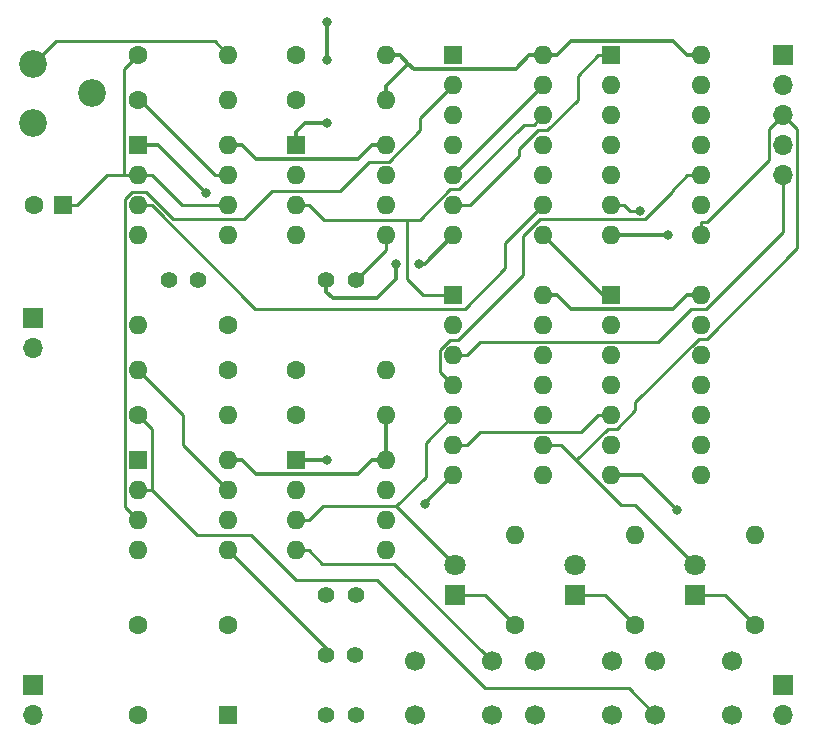
<source format=gtl>
G04 #@! TF.GenerationSoftware,KiCad,Pcbnew,5.0.2+dfsg1-1*
G04 #@! TF.CreationDate,2019-07-26T14:23:41+02:00*
G04 #@! TF.ProjectId,Clock,436c6f63-6b2e-46b6-9963-61645f706362,rev?*
G04 #@! TF.SameCoordinates,Original*
G04 #@! TF.FileFunction,Copper,L1,Top*
G04 #@! TF.FilePolarity,Positive*
%FSLAX46Y46*%
G04 Gerber Fmt 4.6, Leading zero omitted, Abs format (unit mm)*
G04 Created by KiCad (PCBNEW 5.0.2+dfsg1-1) date vr 26 jul 2019 14:23:41 CEST*
%MOMM*%
%LPD*%
G01*
G04 APERTURE LIST*
G04 #@! TA.AperFunction,ComponentPad*
%ADD10O,1.700000X1.700000*%
G04 #@! TD*
G04 #@! TA.AperFunction,ComponentPad*
%ADD11R,1.700000X1.700000*%
G04 #@! TD*
G04 #@! TA.AperFunction,ComponentPad*
%ADD12O,1.600000X1.600000*%
G04 #@! TD*
G04 #@! TA.AperFunction,ComponentPad*
%ADD13R,1.600000X1.600000*%
G04 #@! TD*
G04 #@! TA.AperFunction,ComponentPad*
%ADD14C,2.340000*%
G04 #@! TD*
G04 #@! TA.AperFunction,ComponentPad*
%ADD15C,1.600000*%
G04 #@! TD*
G04 #@! TA.AperFunction,ComponentPad*
%ADD16R,1.800000X1.800000*%
G04 #@! TD*
G04 #@! TA.AperFunction,ComponentPad*
%ADD17C,1.800000*%
G04 #@! TD*
G04 #@! TA.AperFunction,ComponentPad*
%ADD18C,1.400000*%
G04 #@! TD*
G04 #@! TA.AperFunction,ComponentPad*
%ADD19C,1.700000*%
G04 #@! TD*
G04 #@! TA.AperFunction,ViaPad*
%ADD20C,0.800000*%
G04 #@! TD*
G04 #@! TA.AperFunction,Conductor*
%ADD21C,0.250000*%
G04 #@! TD*
G04 #@! TA.AperFunction,Conductor*
%ADD22C,0.350000*%
G04 #@! TD*
G04 APERTURE END LIST*
D10*
G04 #@! TO.P,J3,2*
G04 #@! TO.N,Net-(J3-Pad2)*
X38100000Y-80010000D03*
D11*
G04 #@! TO.P,J3,1*
G04 #@! TO.N,Net-(J3-Pad1)*
X38100000Y-77470000D03*
G04 #@! TD*
G04 #@! TO.P,J2,1*
G04 #@! TO.N,Net-(J2-Pad1)*
X38100000Y-46355000D03*
D10*
G04 #@! TO.P,J2,2*
G04 #@! TO.N,Net-(J2-Pad2)*
X38100000Y-48895000D03*
G04 #@! TD*
D11*
G04 #@! TO.P,J4,1*
G04 #@! TO.N,Net-(J4-Pad1)*
X101600000Y-77470000D03*
D10*
G04 #@! TO.P,J4,2*
G04 #@! TO.N,Net-(J4-Pad2)*
X101600000Y-80010000D03*
G04 #@! TD*
D12*
G04 #@! TO.P,U3,14*
G04 #@! TO.N,+5V*
X81280000Y-24130000D03*
G04 #@! TO.P,U3,7*
G04 #@! TO.N,GND*
X73660000Y-39370000D03*
G04 #@! TO.P,U3,13*
G04 #@! TO.N,CLK_TURBO_EN*
X81280000Y-26670000D03*
G04 #@! TO.P,U3,6*
G04 #@! TO.N,Net-(U3-Pad6)*
X73660000Y-36830000D03*
G04 #@! TO.P,U3,12*
G04 #@! TO.N,CLK_MAN_EN*
X81280000Y-29210000D03*
G04 #@! TO.P,U3,5*
G04 #@! TO.N,CLK_TURBO_EN*
X73660000Y-34290000D03*
G04 #@! TO.P,U3,11*
G04 #@! TO.N,Net-(U3-Pad11)*
X81280000Y-31750000D03*
G04 #@! TO.P,U3,4*
G04 #@! TO.N,Net-(U1-Pad2)*
X73660000Y-31750000D03*
G04 #@! TO.P,U3,10*
X81280000Y-34290000D03*
G04 #@! TO.P,U3,3*
G04 #@! TO.N,Net-(U3-Pad3)*
X73660000Y-29210000D03*
G04 #@! TO.P,U3,9*
G04 #@! TO.N,CLK_VAR*
X81280000Y-36830000D03*
G04 #@! TO.P,U3,2*
G04 #@! TO.N,CLK_MAN*
X73660000Y-26670000D03*
G04 #@! TO.P,U3,8*
G04 #@! TO.N,Net-(U3-Pad8)*
X81280000Y-39370000D03*
D13*
G04 #@! TO.P,U3,1*
G04 #@! TO.N,CLK_MAN_EN*
X73660000Y-24130000D03*
G04 #@! TD*
D14*
G04 #@! TO.P,R3,3*
G04 #@! TO.N,Net-(R2-Pad2)*
X38100000Y-24845000D03*
G04 #@! TO.P,R3,2*
G04 #@! TO.N,Net-(R3-Pad2)*
X43100000Y-27345000D03*
G04 #@! TO.P,R3,1*
G04 #@! TO.N,Net-(R3-Pad1)*
X38100000Y-29845000D03*
G04 #@! TD*
D15*
G04 #@! TO.P,R8,1*
G04 #@! TO.N,Net-(R8-Pad1)*
X60325000Y-27940000D03*
D12*
G04 #@! TO.P,R8,2*
G04 #@! TO.N,+5V*
X67945000Y-27940000D03*
G04 #@! TD*
G04 #@! TO.P,U2,8*
G04 #@! TO.N,+5V*
X54610000Y-31750000D03*
G04 #@! TO.P,U2,4*
X46990000Y-39370000D03*
G04 #@! TO.P,U2,7*
G04 #@! TO.N,Net-(R1-Pad1)*
X54610000Y-34290000D03*
G04 #@! TO.P,U2,3*
G04 #@! TO.N,CLK_VAR*
X46990000Y-36830000D03*
G04 #@! TO.P,U2,6*
G04 #@! TO.N,Net-(C1-Pad1)*
X54610000Y-36830000D03*
G04 #@! TO.P,U2,2*
X46990000Y-34290000D03*
G04 #@! TO.P,U2,5*
G04 #@! TO.N,Net-(C2-Pad1)*
X54610000Y-39370000D03*
D13*
G04 #@! TO.P,U2,1*
G04 #@! TO.N,GND*
X46990000Y-31750000D03*
G04 #@! TD*
D16*
G04 #@! TO.P,D3,1*
G04 #@! TO.N,Net-(D3-Pad1)*
X73782400Y-69792400D03*
D17*
G04 #@! TO.P,D3,2*
G04 #@! TO.N,CLK_TURBO_EN*
X73782400Y-67252400D03*
G04 #@! TD*
D15*
G04 #@! TO.P,R13,1*
G04 #@! TO.N,Net-(D3-Pad1)*
X78862400Y-72332400D03*
D12*
G04 #@! TO.P,R13,2*
G04 #@! TO.N,GND*
X78862400Y-64712400D03*
G04 #@! TD*
D15*
G04 #@! TO.P,R12,1*
G04 #@! TO.N,Net-(D2-Pad1)*
X89022400Y-72332400D03*
D12*
G04 #@! TO.P,R12,2*
G04 #@! TO.N,GND*
X89022400Y-64712400D03*
G04 #@! TD*
G04 #@! TO.P,R11,2*
G04 #@! TO.N,+5V*
X67945000Y-50800000D03*
D15*
G04 #@! TO.P,R11,1*
G04 #@! TO.N,Net-(R11-Pad1)*
X60325000Y-50800000D03*
G04 #@! TD*
G04 #@! TO.P,R10,1*
G04 #@! TO.N,Net-(R10-Pad1)*
X60325000Y-54610000D03*
D12*
G04 #@! TO.P,R10,2*
G04 #@! TO.N,+5V*
X67945000Y-54610000D03*
G04 #@! TD*
G04 #@! TO.P,R9,2*
G04 #@! TO.N,+5V*
X67945000Y-24130000D03*
D15*
G04 #@! TO.P,R9,1*
G04 #@! TO.N,Net-(R9-Pad1)*
X60325000Y-24130000D03*
G04 #@! TD*
D12*
G04 #@! TO.P,R7,2*
G04 #@! TO.N,GND*
X99182400Y-64712400D03*
D15*
G04 #@! TO.P,R7,1*
G04 #@! TO.N,Net-(D1-Pad1)*
X99182400Y-72332400D03*
G04 #@! TD*
G04 #@! TO.P,R6,1*
G04 #@! TO.N,+5V*
X54610000Y-50800000D03*
D12*
G04 #@! TO.P,R6,2*
G04 #@! TO.N,Net-(C4-Pad1)*
X46990000Y-50800000D03*
G04 #@! TD*
G04 #@! TO.P,R1,2*
G04 #@! TO.N,+5V*
X54610000Y-27940000D03*
D15*
G04 #@! TO.P,R1,1*
G04 #@! TO.N,Net-(R1-Pad1)*
X46990000Y-27940000D03*
G04 #@! TD*
G04 #@! TO.P,R2,1*
G04 #@! TO.N,Net-(C1-Pad1)*
X46990000Y-24130000D03*
D12*
G04 #@! TO.P,R2,2*
G04 #@! TO.N,Net-(R2-Pad2)*
X54610000Y-24130000D03*
G04 #@! TD*
G04 #@! TO.P,R4,2*
G04 #@! TO.N,Net-(R3-Pad2)*
X46990000Y-46990000D03*
D15*
G04 #@! TO.P,R4,1*
G04 #@! TO.N,Net-(R1-Pad1)*
X54610000Y-46990000D03*
G04 #@! TD*
G04 #@! TO.P,R5,1*
G04 #@! TO.N,Net-(R5-Pad1)*
X46990000Y-54610000D03*
D12*
G04 #@! TO.P,R5,2*
G04 #@! TO.N,+5V*
X54610000Y-54610000D03*
G04 #@! TD*
D18*
G04 #@! TO.P,C2,1*
G04 #@! TO.N,Net-(C2-Pad1)*
X52070000Y-43180000D03*
G04 #@! TO.P,C2,2*
G04 #@! TO.N,GND*
X49570000Y-43180000D03*
G04 #@! TD*
G04 #@! TO.P,C5,2*
G04 #@! TO.N,GND*
X62905000Y-43180000D03*
G04 #@! TO.P,C5,1*
G04 #@! TO.N,Net-(C5-Pad1)*
X65405000Y-43180000D03*
G04 #@! TD*
G04 #@! TO.P,C4,1*
G04 #@! TO.N,Net-(C4-Pad1)*
X65405000Y-80010000D03*
G04 #@! TO.P,C4,2*
G04 #@! TO.N,GND*
X62905000Y-80010000D03*
G04 #@! TD*
G04 #@! TO.P,C3,2*
G04 #@! TO.N,GND*
X65365000Y-74930000D03*
G04 #@! TO.P,C3,1*
G04 #@! TO.N,Net-(C3-Pad1)*
X62865000Y-74930000D03*
G04 #@! TD*
G04 #@! TO.P,C6,1*
G04 #@! TO.N,Net-(C6-Pad1)*
X65405000Y-69850000D03*
G04 #@! TO.P,C6,2*
G04 #@! TO.N,GND*
X62905000Y-69850000D03*
G04 #@! TD*
D13*
G04 #@! TO.P,U6,1*
G04 #@! TO.N,GND*
X46990000Y-58420000D03*
D12*
G04 #@! TO.P,U6,5*
G04 #@! TO.N,Net-(C3-Pad1)*
X54610000Y-66040000D03*
G04 #@! TO.P,U6,2*
G04 #@! TO.N,Net-(R5-Pad1)*
X46990000Y-60960000D03*
G04 #@! TO.P,U6,6*
G04 #@! TO.N,Net-(C4-Pad1)*
X54610000Y-63500000D03*
G04 #@! TO.P,U6,3*
G04 #@! TO.N,CLK_MAN*
X46990000Y-63500000D03*
G04 #@! TO.P,U6,7*
G04 #@! TO.N,Net-(C4-Pad1)*
X54610000Y-60960000D03*
G04 #@! TO.P,U6,4*
G04 #@! TO.N,+5V*
X46990000Y-66040000D03*
G04 #@! TO.P,U6,8*
X54610000Y-58420000D03*
G04 #@! TD*
D15*
G04 #@! TO.P,Y1,4*
G04 #@! TO.N,N/C*
X46990000Y-80010000D03*
G04 #@! TO.P,Y1,1*
G04 #@! TO.N,+5V*
X46990000Y-72390000D03*
G04 #@! TO.P,Y1,3*
G04 #@! TO.N,CLK_TURBO*
X54610000Y-72390000D03*
D13*
G04 #@! TO.P,Y1,2*
G04 #@! TO.N,GND*
X54610000Y-80010000D03*
G04 #@! TD*
D19*
G04 #@! TO.P,SW1,4*
G04 #@! TO.N,N/C*
X90777400Y-75452400D03*
G04 #@! TO.P,SW1,3*
X97277400Y-75452400D03*
G04 #@! TO.P,SW1,2*
G04 #@! TO.N,Net-(R5-Pad1)*
X90777400Y-79952400D03*
G04 #@! TO.P,SW1,1*
G04 #@! TO.N,GND*
X97277400Y-79952400D03*
G04 #@! TD*
G04 #@! TO.P,SW2,1*
G04 #@! TO.N,Net-(R8-Pad1)*
X87117400Y-79952400D03*
G04 #@! TO.P,SW2,2*
G04 #@! TO.N,GND*
X80617400Y-79952400D03*
G04 #@! TO.P,SW2,3*
G04 #@! TO.N,Net-(R9-Pad1)*
X87117400Y-75452400D03*
G04 #@! TO.P,SW2,4*
G04 #@! TO.N,N/C*
X80617400Y-75452400D03*
G04 #@! TD*
G04 #@! TO.P,SW3,4*
G04 #@! TO.N,N/C*
X70457400Y-75452400D03*
G04 #@! TO.P,SW3,3*
G04 #@! TO.N,Net-(R11-Pad1)*
X76957400Y-75452400D03*
G04 #@! TO.P,SW3,2*
G04 #@! TO.N,GND*
X70457400Y-79952400D03*
G04 #@! TO.P,SW3,1*
G04 #@! TO.N,Net-(R10-Pad1)*
X76957400Y-79952400D03*
G04 #@! TD*
D13*
G04 #@! TO.P,C1,1*
G04 #@! TO.N,Net-(C1-Pad1)*
X40640000Y-36830000D03*
D15*
G04 #@! TO.P,C1,2*
G04 #@! TO.N,GND*
X38140000Y-36830000D03*
G04 #@! TD*
D11*
G04 #@! TO.P,J1,1*
G04 #@! TO.N,GND*
X101600000Y-24130000D03*
D10*
G04 #@! TO.P,J1,2*
G04 #@! TO.N,+5V*
X101600000Y-26670000D03*
G04 #@! TO.P,J1,3*
G04 #@! TO.N,CLOCK*
X101600000Y-29210000D03*
G04 #@! TO.P,J1,4*
G04 #@! TO.N,~CLOCK*
X101600000Y-31750000D03*
G04 #@! TO.P,J1,5*
G04 #@! TO.N,CLK_HLT*
X101600000Y-34290000D03*
G04 #@! TD*
D17*
G04 #@! TO.P,D1,2*
G04 #@! TO.N,CLOCK*
X94102400Y-67252400D03*
D16*
G04 #@! TO.P,D1,1*
G04 #@! TO.N,Net-(D1-Pad1)*
X94102400Y-69792400D03*
G04 #@! TD*
G04 #@! TO.P,D2,1*
G04 #@! TO.N,Net-(D2-Pad1)*
X83942400Y-69792400D03*
D17*
G04 #@! TO.P,D2,2*
G04 #@! TO.N,CLK_MAN_EN*
X83942400Y-67252400D03*
G04 #@! TD*
D13*
G04 #@! TO.P,U5,1*
G04 #@! TO.N,Net-(U3-Pad6)*
X86995000Y-24130000D03*
D12*
G04 #@! TO.P,U5,8*
G04 #@! TO.N,CLOCK*
X94615000Y-39370000D03*
G04 #@! TO.P,U5,2*
G04 #@! TO.N,CLK_TURBO*
X86995000Y-26670000D03*
G04 #@! TO.P,U5,9*
G04 #@! TO.N,Net-(U4-Pad8)*
X94615000Y-36830000D03*
G04 #@! TO.P,U5,3*
G04 #@! TO.N,Net-(U4-Pad10)*
X86995000Y-29210000D03*
G04 #@! TO.P,U5,10*
G04 #@! TO.N,Net-(U1-Pad4)*
X94615000Y-34290000D03*
G04 #@! TO.P,U5,4*
G04 #@! TO.N,Net-(U4-Pad3)*
X86995000Y-31750000D03*
G04 #@! TO.P,U5,11*
G04 #@! TO.N,N/C*
X94615000Y-31750000D03*
G04 #@! TO.P,U5,5*
G04 #@! TO.N,Net-(U4-Pad6)*
X86995000Y-34290000D03*
G04 #@! TO.P,U5,12*
G04 #@! TO.N,N/C*
X94615000Y-29210000D03*
G04 #@! TO.P,U5,6*
G04 #@! TO.N,Net-(U4-Pad9)*
X86995000Y-36830000D03*
G04 #@! TO.P,U5,13*
G04 #@! TO.N,N/C*
X94615000Y-26670000D03*
G04 #@! TO.P,U5,7*
G04 #@! TO.N,GND*
X86995000Y-39370000D03*
G04 #@! TO.P,U5,14*
G04 #@! TO.N,+5V*
X94615000Y-24130000D03*
G04 #@! TD*
G04 #@! TO.P,U1,14*
G04 #@! TO.N,+5V*
X81280000Y-44450000D03*
G04 #@! TO.P,U1,7*
G04 #@! TO.N,GND*
X73660000Y-59690000D03*
G04 #@! TO.P,U1,13*
G04 #@! TO.N,N/C*
X81280000Y-46990000D03*
G04 #@! TO.P,U1,6*
G04 #@! TO.N,Net-(U1-Pad6)*
X73660000Y-57150000D03*
G04 #@! TO.P,U1,12*
G04 #@! TO.N,N/C*
X81280000Y-49530000D03*
G04 #@! TO.P,U1,5*
G04 #@! TO.N,CLK_TURBO_EN*
X73660000Y-54610000D03*
G04 #@! TO.P,U1,11*
G04 #@! TO.N,N/C*
X81280000Y-52070000D03*
G04 #@! TO.P,U1,4*
G04 #@! TO.N,Net-(U1-Pad4)*
X73660000Y-52070000D03*
G04 #@! TO.P,U1,10*
G04 #@! TO.N,N/C*
X81280000Y-54610000D03*
G04 #@! TO.P,U1,3*
G04 #@! TO.N,CLK_HLT*
X73660000Y-49530000D03*
G04 #@! TO.P,U1,9*
G04 #@! TO.N,CLOCK*
X81280000Y-57150000D03*
G04 #@! TO.P,U1,2*
G04 #@! TO.N,Net-(U1-Pad2)*
X73660000Y-46990000D03*
G04 #@! TO.P,U1,8*
G04 #@! TO.N,~CLOCK*
X81280000Y-59690000D03*
D13*
G04 #@! TO.P,U1,1*
G04 #@! TO.N,CLK_MAN_EN*
X73660000Y-44450000D03*
G04 #@! TD*
G04 #@! TO.P,U4,1*
G04 #@! TO.N,Net-(U3-Pad8)*
X86995000Y-44450000D03*
D12*
G04 #@! TO.P,U4,8*
G04 #@! TO.N,Net-(U4-Pad8)*
X94615000Y-59690000D03*
G04 #@! TO.P,U4,2*
G04 #@! TO.N,Net-(U3-Pad3)*
X86995000Y-46990000D03*
G04 #@! TO.P,U4,9*
G04 #@! TO.N,Net-(U4-Pad9)*
X94615000Y-57150000D03*
G04 #@! TO.P,U4,3*
G04 #@! TO.N,Net-(U4-Pad3)*
X86995000Y-49530000D03*
G04 #@! TO.P,U4,10*
G04 #@! TO.N,Net-(U4-Pad10)*
X94615000Y-54610000D03*
G04 #@! TO.P,U4,4*
G04 #@! TO.N,Net-(U3-Pad11)*
X86995000Y-52070000D03*
G04 #@! TO.P,U4,11*
G04 #@! TO.N,N/C*
X94615000Y-52070000D03*
G04 #@! TO.P,U4,5*
G04 #@! TO.N,Net-(U1-Pad6)*
X86995000Y-54610000D03*
G04 #@! TO.P,U4,12*
G04 #@! TO.N,N/C*
X94615000Y-49530000D03*
G04 #@! TO.P,U4,6*
G04 #@! TO.N,Net-(U4-Pad6)*
X86995000Y-57150000D03*
G04 #@! TO.P,U4,13*
G04 #@! TO.N,N/C*
X94615000Y-46990000D03*
G04 #@! TO.P,U4,7*
G04 #@! TO.N,GND*
X86995000Y-59690000D03*
G04 #@! TO.P,U4,14*
G04 #@! TO.N,+5V*
X94615000Y-44450000D03*
G04 #@! TD*
G04 #@! TO.P,U7,8*
G04 #@! TO.N,+5V*
X67945000Y-31750000D03*
G04 #@! TO.P,U7,4*
G04 #@! TO.N,Net-(R9-Pad1)*
X60325000Y-39370000D03*
G04 #@! TO.P,U7,7*
G04 #@! TO.N,Net-(U7-Pad7)*
X67945000Y-34290000D03*
G04 #@! TO.P,U7,3*
G04 #@! TO.N,CLK_MAN_EN*
X60325000Y-36830000D03*
G04 #@! TO.P,U7,6*
G04 #@! TO.N,GND*
X67945000Y-36830000D03*
G04 #@! TO.P,U7,2*
G04 #@! TO.N,Net-(R8-Pad1)*
X60325000Y-34290000D03*
G04 #@! TO.P,U7,5*
G04 #@! TO.N,Net-(C5-Pad1)*
X67945000Y-39370000D03*
D13*
G04 #@! TO.P,U7,1*
G04 #@! TO.N,GND*
X60325000Y-31750000D03*
G04 #@! TD*
G04 #@! TO.P,U8,1*
G04 #@! TO.N,GND*
X60325000Y-58420000D03*
D12*
G04 #@! TO.P,U8,5*
G04 #@! TO.N,Net-(C6-Pad1)*
X67945000Y-66040000D03*
G04 #@! TO.P,U8,2*
G04 #@! TO.N,Net-(R10-Pad1)*
X60325000Y-60960000D03*
G04 #@! TO.P,U8,6*
G04 #@! TO.N,GND*
X67945000Y-63500000D03*
G04 #@! TO.P,U8,3*
G04 #@! TO.N,CLK_TURBO_EN*
X60325000Y-63500000D03*
G04 #@! TO.P,U8,7*
G04 #@! TO.N,Net-(U8-Pad7)*
X67945000Y-60960000D03*
G04 #@! TO.P,U8,4*
G04 #@! TO.N,Net-(R11-Pad1)*
X60325000Y-66040000D03*
G04 #@! TO.P,U8,8*
G04 #@! TO.N,+5V*
X67945000Y-58420000D03*
G04 #@! TD*
D20*
G04 #@! TO.N,GND*
X62992000Y-29845000D03*
X70739000Y-41783000D03*
X68834000Y-41783000D03*
X92583000Y-62611000D03*
X71247000Y-62103000D03*
X62992000Y-58420000D03*
X91821000Y-39370000D03*
X52705000Y-35814000D03*
X62992000Y-24511000D03*
X62992000Y-21336000D03*
G04 #@! TO.N,Net-(U4-Pad9)*
X89488200Y-37294400D03*
G04 #@! TD*
D21*
G04 #@! TO.N,Net-(D3-Pad1)*
X73782400Y-69792400D02*
X76322400Y-69792400D01*
X76322400Y-69792400D02*
X78862400Y-72332400D01*
D22*
G04 #@! TO.N,GND*
X68834000Y-41783000D02*
X68834000Y-43053000D01*
X62426315Y-29845000D02*
X62992000Y-29845000D01*
X60325000Y-30600000D02*
X61080000Y-29845000D01*
X61080000Y-29845000D02*
X62426315Y-29845000D01*
X60325000Y-31750000D02*
X60325000Y-30600000D01*
X71247000Y-41783000D02*
X70739000Y-41783000D01*
X73660000Y-39370000D02*
X71247000Y-41783000D01*
X62905000Y-44169949D02*
X63439051Y-44704000D01*
X62905000Y-43180000D02*
X62905000Y-44169949D01*
X67183000Y-44704000D02*
X68834000Y-43053000D01*
X63439051Y-44704000D02*
X67183000Y-44704000D01*
X89662000Y-59690000D02*
X92583000Y-62611000D01*
X86995000Y-59690000D02*
X89662000Y-59690000D01*
X71628000Y-61722000D02*
X73660000Y-59690000D01*
X71247000Y-62103000D02*
X71628000Y-61722000D01*
X60325000Y-58420000D02*
X62992000Y-58420000D01*
X86995000Y-39370000D02*
X91821000Y-39370000D01*
X48641000Y-31750000D02*
X52705000Y-35814000D01*
X46990000Y-31750000D02*
X48641000Y-31750000D01*
X62992000Y-21336000D02*
X62992000Y-24511000D01*
D21*
G04 #@! TO.N,Net-(D1-Pad1)*
X94102400Y-69792400D02*
X96642400Y-69792400D01*
X96642400Y-69792400D02*
X99182400Y-72332400D01*
G04 #@! TO.N,Net-(R1-Pad1)*
X54610000Y-34290000D02*
X53484700Y-34290000D01*
X46990000Y-27940000D02*
X47134700Y-27940000D01*
X47134700Y-27940000D02*
X53484700Y-34290000D01*
G04 #@! TO.N,Net-(R2-Pad2)*
X39980200Y-22964800D02*
X38100000Y-24845000D01*
X53444800Y-22964800D02*
X39980200Y-22964800D01*
X54610000Y-24130000D02*
X53444800Y-22964800D01*
G04 #@! TO.N,Net-(C1-Pad1)*
X46990000Y-34290000D02*
X48115300Y-34290000D01*
X48115300Y-34290000D02*
X50655300Y-36830000D01*
X50655300Y-36830000D02*
X54610000Y-36830000D01*
X45812500Y-34290000D02*
X46990000Y-34290000D01*
X45812500Y-34290000D02*
X45812500Y-25307500D01*
X45812500Y-25307500D02*
X46990000Y-24130000D01*
X41765300Y-36830000D02*
X44305300Y-34290000D01*
X44305300Y-34290000D02*
X45812500Y-34290000D01*
X40640000Y-36830000D02*
X41765300Y-36830000D01*
D22*
G04 #@! TO.N,+5V*
X81280000Y-24130000D02*
X82455300Y-24130000D01*
X94615000Y-24130000D02*
X93439700Y-24130000D01*
X93439700Y-24130000D02*
X92264300Y-22954600D01*
X92264300Y-22954600D02*
X83630700Y-22954600D01*
X83630700Y-22954600D02*
X82455300Y-24130000D01*
X69850000Y-24859700D02*
X70295700Y-25305400D01*
X70295700Y-25305400D02*
X78929300Y-25305400D01*
X78929300Y-25305400D02*
X80104700Y-24130000D01*
X69120300Y-24130000D02*
X69850000Y-24859700D01*
X69850000Y-24859700D02*
X67945000Y-26764700D01*
X67945000Y-27940000D02*
X67945000Y-26764700D01*
X67945000Y-58420000D02*
X66769700Y-58420000D01*
X54610000Y-58420000D02*
X55785300Y-58420000D01*
X55785300Y-58420000D02*
X56960700Y-59595400D01*
X56960700Y-59595400D02*
X65594300Y-59595400D01*
X65594300Y-59595400D02*
X66769700Y-58420000D01*
X81280000Y-24130000D02*
X80104700Y-24130000D01*
X67945000Y-24130000D02*
X69120300Y-24130000D01*
X67945000Y-31750000D02*
X66769700Y-31750000D01*
X54610000Y-31750000D02*
X55785300Y-31750000D01*
X55785300Y-31750000D02*
X56960700Y-32925400D01*
X56960700Y-32925400D02*
X65594300Y-32925400D01*
X65594300Y-32925400D02*
X66769700Y-31750000D01*
X67945000Y-58420000D02*
X67945000Y-54610000D01*
X81280000Y-44450000D02*
X82455300Y-44450000D01*
X94615000Y-44450000D02*
X93439700Y-44450000D01*
X93439700Y-44450000D02*
X92264300Y-45625400D01*
X92264300Y-45625400D02*
X83630700Y-45625400D01*
X83630700Y-45625400D02*
X82455300Y-44450000D01*
D21*
G04 #@! TO.N,Net-(C4-Pad1)*
X50800000Y-54610000D02*
X46990000Y-50800000D01*
X50800000Y-57150000D02*
X50800000Y-54610000D01*
X54610000Y-60960000D02*
X50800000Y-57150000D01*
G04 #@! TO.N,Net-(D2-Pad1)*
X83942400Y-69792400D02*
X86482400Y-69792400D01*
X86482400Y-69792400D02*
X89022400Y-72332400D01*
G04 #@! TO.N,Net-(R11-Pad1)*
X60325000Y-66040000D02*
X61450300Y-66040000D01*
X76957400Y-75452400D02*
X68670300Y-67165300D01*
X68670300Y-67165300D02*
X62575600Y-67165300D01*
X62575600Y-67165300D02*
X61450300Y-66040000D01*
G04 #@! TO.N,CLK_TURBO_EN*
X68839400Y-62309400D02*
X73782400Y-67252400D01*
X61450300Y-63500000D02*
X62640900Y-62309400D01*
X62640900Y-62309400D02*
X68839400Y-62309400D01*
X60325000Y-63500000D02*
X61450300Y-63500000D01*
X81280000Y-26670000D02*
X73660000Y-34290000D01*
X71331800Y-56938200D02*
X71331800Y-59817000D01*
X73660000Y-54610000D02*
X71331800Y-56938200D01*
X71331800Y-59817000D02*
X68839400Y-62309400D01*
G04 #@! TO.N,CLK_VAR*
X46990000Y-36830000D02*
X48115300Y-36830000D01*
X48115300Y-36830000D02*
X56860700Y-45575400D01*
X56860700Y-45575400D02*
X74660200Y-45575400D01*
X74660200Y-45575400D02*
X78073200Y-42162400D01*
X78073200Y-42162400D02*
X78073200Y-40036800D01*
X78073200Y-40036800D02*
X81280000Y-36830000D01*
G04 #@! TO.N,Net-(C3-Pad1)*
X62865000Y-74295000D02*
X62865000Y-74930000D01*
X54610000Y-66040000D02*
X62865000Y-74295000D01*
G04 #@! TO.N,CLK_MAN*
X46468100Y-35700800D02*
X47623000Y-35700800D01*
X45840300Y-62350300D02*
X45840300Y-36328600D01*
X58291300Y-35633900D02*
X64076200Y-35633900D01*
X64076200Y-35633900D02*
X66545500Y-33164600D01*
X47623000Y-35700800D02*
X49913700Y-37991500D01*
X66545500Y-33164600D02*
X68194600Y-33164600D01*
X46990000Y-63500000D02*
X45840300Y-62350300D01*
X49913700Y-37991500D02*
X55933700Y-37991500D01*
X45840300Y-36328600D02*
X46468100Y-35700800D01*
X55933700Y-37991500D02*
X58291300Y-35633900D01*
X70879200Y-29450800D02*
X70879200Y-30480000D01*
X73660000Y-26670000D02*
X70879200Y-29450800D01*
X68194600Y-33164600D02*
X70879200Y-30480000D01*
G04 #@! TO.N,CLK_MAN_EN*
X62711700Y-38091400D02*
X61450300Y-36830000D01*
X60325000Y-36830000D02*
X61450300Y-36830000D01*
X74166400Y-35479600D02*
X73414300Y-35479600D01*
X79636001Y-30009999D02*
X74166400Y-35479600D01*
X73414300Y-35479600D02*
X70802500Y-38091400D01*
X80480001Y-30009999D02*
X79636001Y-30009999D01*
X81280000Y-29210000D02*
X80480001Y-30009999D01*
X73660000Y-44450000D02*
X71120000Y-44450000D01*
X69723000Y-43053000D02*
X69723000Y-38091400D01*
X71120000Y-44450000D02*
X69723000Y-43053000D01*
X70802500Y-38091400D02*
X69723000Y-38091400D01*
X69723000Y-38091400D02*
X62711700Y-38091400D01*
G04 #@! TO.N,Net-(C5-Pad1)*
X65405000Y-43180000D02*
X67945000Y-40640000D01*
X67945000Y-40640000D02*
X67945000Y-39370000D01*
G04 #@! TO.N,Net-(U3-Pad8)*
X86360000Y-44450000D02*
X86995000Y-44450000D01*
X81280000Y-39370000D02*
X86360000Y-44450000D01*
G04 #@! TO.N,Net-(U4-Pad9)*
X86995000Y-36830000D02*
X88120300Y-36830000D01*
X89488200Y-37294400D02*
X88584700Y-37294400D01*
X88584700Y-37294400D02*
X88120300Y-36830000D01*
G04 #@! TO.N,Net-(U1-Pad6)*
X73660000Y-57150000D02*
X74785300Y-57150000D01*
X86995000Y-54610000D02*
X85869700Y-54610000D01*
X85869700Y-54610000D02*
X84455000Y-56024700D01*
X84455000Y-56024700D02*
X75910600Y-56024700D01*
X75910600Y-56024700D02*
X74785300Y-57150000D01*
G04 #@! TO.N,Net-(U1-Pad4)*
X73660000Y-52070000D02*
X72534700Y-50944700D01*
X80974500Y-38019700D02*
X89848100Y-38019700D01*
X79571000Y-39423200D02*
X80974500Y-38019700D01*
X79571000Y-42707600D02*
X79571000Y-39423200D01*
X73338200Y-48260000D02*
X74018600Y-48260000D01*
X72534700Y-50944700D02*
X72534700Y-49063500D01*
X72534700Y-49063500D02*
X73338200Y-48260000D01*
X74018600Y-48260000D02*
X79571000Y-42707600D01*
X92180800Y-35592830D02*
X92180800Y-35687000D01*
X93483630Y-34290000D02*
X92180800Y-35592830D01*
X94615000Y-34290000D02*
X93483630Y-34290000D01*
X89848100Y-38019700D02*
X92180800Y-35687000D01*
G04 #@! TO.N,CLK_HLT*
X73660000Y-49530000D02*
X74785300Y-49530000D01*
X101600000Y-34290000D02*
X101600000Y-39056500D01*
X101600000Y-39056500D02*
X95081100Y-45575400D01*
X95081100Y-45575400D02*
X93786400Y-45575400D01*
X93786400Y-45575400D02*
X90957100Y-48404700D01*
X90957100Y-48404700D02*
X75910600Y-48404700D01*
X75910600Y-48404700D02*
X74785300Y-49530000D01*
G04 #@! TO.N,CLOCK*
X102786700Y-40466800D02*
X95138100Y-48115400D01*
X95138100Y-48115400D02*
X94429000Y-48115400D01*
X94429000Y-48115400D02*
X89054500Y-53489900D01*
X89054500Y-53489900D02*
X89054500Y-54204300D01*
X89054500Y-54204300D02*
X87523400Y-55735400D01*
X87523400Y-55735400D02*
X86723600Y-55735400D01*
X86723600Y-55735400D02*
X84056500Y-58402500D01*
X94615000Y-38244700D02*
X95174200Y-38244700D01*
X95174200Y-38244700D02*
X100398900Y-33020000D01*
X84056500Y-58402500D02*
X82804000Y-57150000D01*
X82804000Y-57150000D02*
X82405300Y-57150000D01*
X94102400Y-67252400D02*
X89033600Y-62183600D01*
X89033600Y-62183600D02*
X87837600Y-62183600D01*
X87837600Y-62183600D02*
X84056500Y-58402500D01*
X94615000Y-39370000D02*
X94615000Y-38244700D01*
X81280000Y-57150000D02*
X82405300Y-57150000D01*
X100398900Y-30411100D02*
X100398900Y-33020000D01*
X101600000Y-29210000D02*
X100398900Y-30411100D01*
X102775001Y-34532301D02*
X102786700Y-34544000D01*
X102775001Y-30385001D02*
X102775001Y-34532301D01*
X102786700Y-33809200D02*
X102786700Y-34544000D01*
X101600000Y-29210000D02*
X102775001Y-30385001D01*
X102786700Y-34544000D02*
X102786700Y-40466800D01*
G04 #@! TO.N,Net-(U3-Pad6)*
X81612300Y-30480000D02*
X80854000Y-30480000D01*
X73660000Y-36830000D02*
X75057000Y-36830000D01*
X79248000Y-32639000D02*
X79248000Y-32086000D01*
X75057000Y-36830000D02*
X79248000Y-32639000D01*
X80854000Y-30480000D02*
X79248000Y-32086000D01*
X84201000Y-25874000D02*
X84201000Y-27891300D01*
X85945000Y-24130000D02*
X84201000Y-25874000D01*
X86995000Y-24130000D02*
X85945000Y-24130000D01*
X84201000Y-27891300D02*
X81612300Y-30480000D01*
G04 #@! TO.N,Net-(R5-Pad1)*
X48115300Y-60960000D02*
X51925300Y-64770000D01*
X51925300Y-64770000D02*
X56569800Y-64770000D01*
X56569800Y-64770000D02*
X60324300Y-68524500D01*
X60324300Y-68524500D02*
X67159500Y-68524500D01*
X67159500Y-68524500D02*
X76337400Y-77702400D01*
X76337400Y-77702400D02*
X88527400Y-77702400D01*
X88527400Y-77702400D02*
X90777400Y-79952400D01*
X48115300Y-60960000D02*
X48115300Y-55735300D01*
X48115300Y-55735300D02*
X46990000Y-54610000D01*
X48002700Y-60960000D02*
X48115300Y-60960000D01*
X46990000Y-60960000D02*
X48002700Y-60960000D01*
G04 #@! TD*
M02*

</source>
